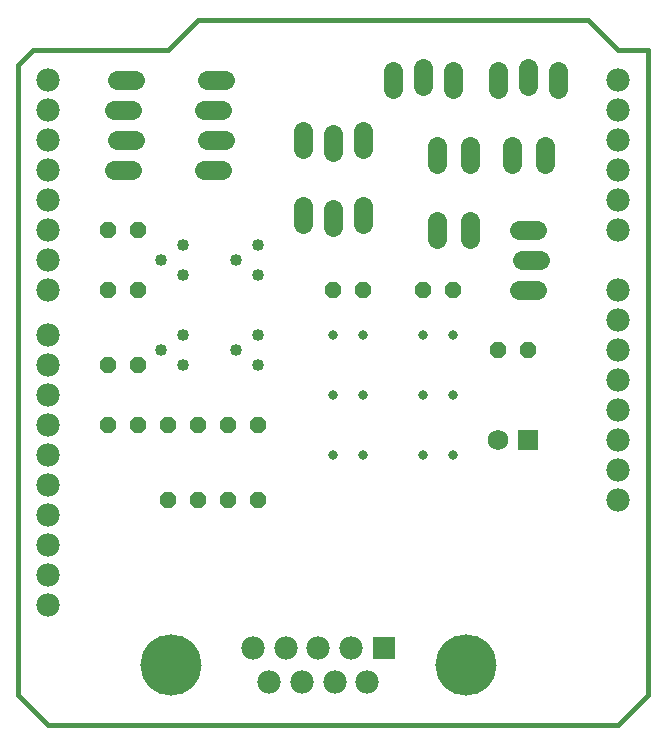
<source format=gts>
G75*
%MOIN*%
%OFA0B0*%
%FSLAX24Y24*%
%IPPOS*%
%LPD*%
%AMOC8*
5,1,8,0,0,1.08239X$1,22.5*
%
%ADD10C,0.0160*%
%ADD11OC8,0.0560*%
%ADD12C,0.0316*%
%ADD13C,0.0400*%
%ADD14C,0.0690*%
%ADD15R,0.0690X0.0690*%
%ADD16C,0.0780*%
%ADD17R,0.0780X0.0780*%
%ADD18C,0.2040*%
%ADD19C,0.0640*%
D10*
X001500Y006252D02*
X000500Y007252D01*
X000500Y028252D01*
X001000Y028752D01*
X005500Y028752D01*
X006500Y029752D01*
X019500Y029752D01*
X020500Y028752D01*
X021500Y028752D01*
X021500Y007252D01*
X020500Y006252D01*
X001500Y006252D01*
D11*
X005500Y013752D03*
X006500Y013752D03*
X007500Y013752D03*
X008500Y013752D03*
X008500Y016252D03*
X007500Y016252D03*
X006500Y016252D03*
X005500Y016252D03*
X004500Y016252D03*
X003500Y016252D03*
X003500Y018252D03*
X004500Y018252D03*
X004500Y020752D03*
X003500Y020752D03*
X003500Y022752D03*
X004500Y022752D03*
X011000Y020752D03*
X012000Y020752D03*
X014000Y020752D03*
X015000Y020752D03*
X016500Y018752D03*
X017500Y018752D03*
D12*
X015000Y019252D03*
X014000Y019252D03*
X014000Y017252D03*
X015000Y017252D03*
X015000Y015252D03*
X014000Y015252D03*
X012000Y015252D03*
X011000Y015252D03*
X011000Y017252D03*
X012000Y017252D03*
X012000Y019252D03*
X011000Y019252D03*
D13*
X008500Y019252D03*
X007750Y018752D03*
X008500Y018252D03*
X008500Y021252D03*
X008500Y022252D03*
X007750Y021752D03*
X006000Y021252D03*
X005250Y021752D03*
X006000Y022252D03*
X006000Y019252D03*
X005250Y018752D03*
X006000Y018252D03*
D14*
X016500Y015752D03*
D15*
X017500Y015752D03*
D16*
X020500Y015752D03*
X020500Y014752D03*
X020500Y013752D03*
X020500Y016752D03*
X020500Y017752D03*
X020500Y018752D03*
X020500Y019752D03*
X020500Y020752D03*
X020500Y022752D03*
X020500Y023752D03*
X020500Y024752D03*
X020500Y025752D03*
X020500Y026752D03*
X020500Y027752D03*
X011591Y008811D03*
X012134Y007693D03*
X011043Y007693D03*
X010500Y008811D03*
X009957Y007693D03*
X009409Y008811D03*
X008866Y007693D03*
X008319Y008811D03*
X001500Y010252D03*
X001500Y011252D03*
X001500Y012252D03*
X001500Y013252D03*
X001500Y014252D03*
X001500Y015252D03*
X001500Y016252D03*
X001500Y017252D03*
X001500Y018252D03*
X001500Y019252D03*
X001500Y020752D03*
X001500Y021752D03*
X001500Y022752D03*
X001500Y023752D03*
X001500Y024752D03*
X001500Y025752D03*
X001500Y026752D03*
X001500Y027752D03*
D17*
X012681Y008811D03*
D18*
X015421Y008252D03*
X005579Y008252D03*
D19*
X014450Y022452D02*
X014450Y023052D01*
X015550Y023052D02*
X015550Y022452D01*
X017200Y022752D02*
X017800Y022752D01*
X017900Y021752D02*
X017300Y021752D01*
X017200Y020752D02*
X017800Y020752D01*
X018050Y024952D02*
X018050Y025552D01*
X016950Y025552D02*
X016950Y024952D01*
X015550Y024952D02*
X015550Y025552D01*
X014450Y025552D02*
X014450Y024952D01*
X015000Y027452D02*
X015000Y028052D01*
X014000Y028152D02*
X014000Y027552D01*
X013000Y027452D02*
X013000Y028052D01*
X012000Y026052D02*
X012000Y025452D01*
X011000Y025352D02*
X011000Y025952D01*
X010000Y026052D02*
X010000Y025452D01*
X010000Y023552D02*
X010000Y022952D01*
X011000Y022852D02*
X011000Y023452D01*
X012000Y023552D02*
X012000Y022952D01*
X007400Y025752D02*
X006800Y025752D01*
X006700Y026752D02*
X007300Y026752D01*
X007400Y027752D02*
X006800Y027752D01*
X006700Y024752D02*
X007300Y024752D01*
X004400Y025752D02*
X003800Y025752D01*
X003700Y026752D02*
X004300Y026752D01*
X004400Y027752D02*
X003800Y027752D01*
X003700Y024752D02*
X004300Y024752D01*
X016500Y027452D02*
X016500Y028052D01*
X017500Y028152D02*
X017500Y027552D01*
X018500Y027452D02*
X018500Y028052D01*
M02*

</source>
